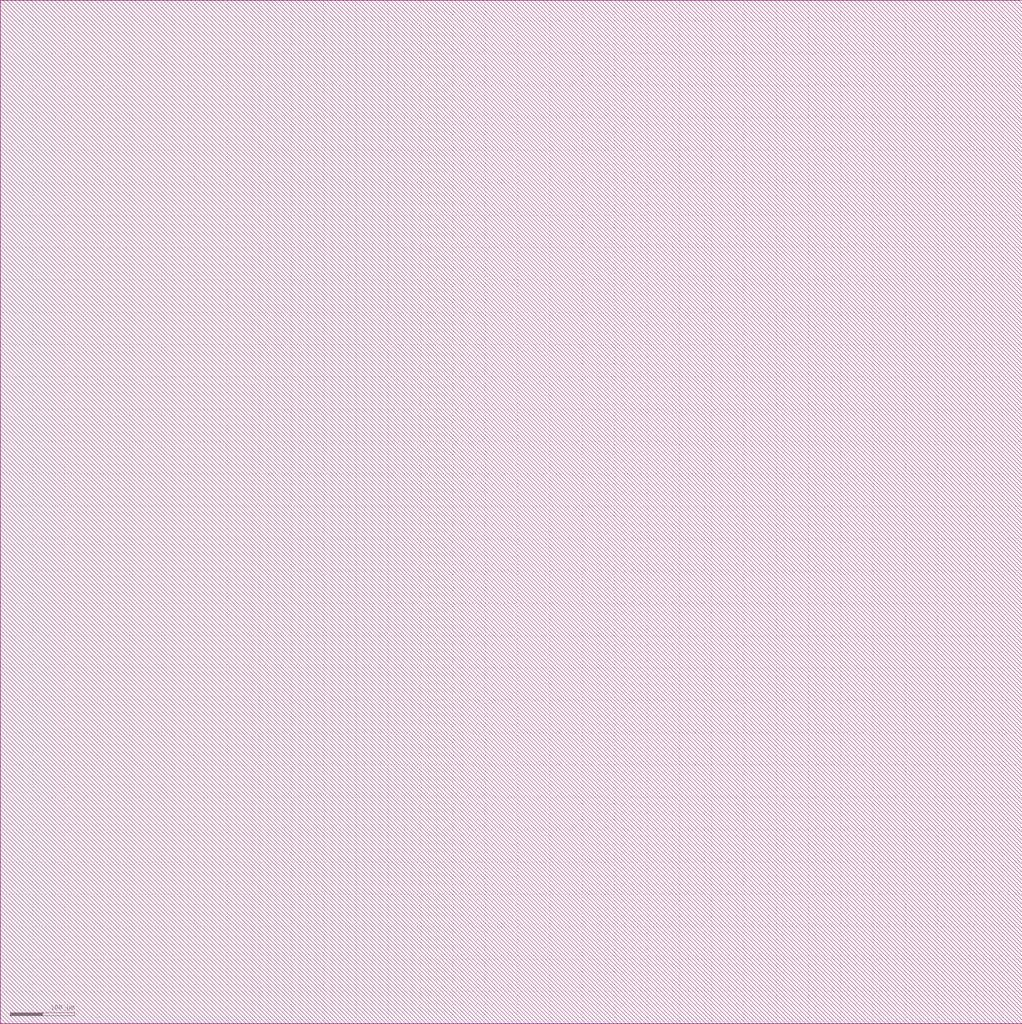
<source format=lef>
VERSION 5.6 ;

BUSBITCHARS "[]" ;

DIVIDERCHAR "/" ;

UNITS
    DATABASE MICRONS 1000 ;
END UNITS

MANUFACTURINGGRID 0.005000 ; 

CLEARANCEMEASURE EUCLIDEAN ; 

USEMINSPACING OBS ON ; 

SITE CoreSite
    CLASS CORE ;
    SIZE 0.600000 BY 0.300000 ;
END CoreSite

LAYER li
   TYPE ROUTING ;
   DIRECTION VERTICAL ;
   MINWIDTH 0.300000 ;
   AREA 0.056250 ;
   WIDTH 0.300000 ;
   SPACINGTABLE
      PARALLELRUNLENGTH 0.0
      WIDTH 0.0 0.225000 ;
   PITCH 0.600000 0.600000 ;
END li

LAYER mcon
    TYPE CUT ;
    SPACING 0.225000 ;
    WIDTH 0.300000 ;
    ENCLOSURE ABOVE 0.075000 0.075000 ;
    ENCLOSURE BELOW 0.000000 0.000000 ;
END mcon

LAYER met1
   TYPE ROUTING ;
   DIRECTION HORIZONTAL ;
   MINWIDTH 0.150000 ;
   AREA 0.084375 ;
   WIDTH 0.150000 ;
   SPACINGTABLE
      PARALLELRUNLENGTH 0.0
      WIDTH 0.0 0.150000 ;
   PITCH 0.300000 0.300000 ;
END met1

LAYER v1
    TYPE CUT ;
    SPACING 0.075000 ;
    WIDTH 0.300000 ;
    ENCLOSURE ABOVE 0.075000 0.075000 ;
    ENCLOSURE BELOW 0.075000 0.075000 ;
END v1

LAYER met2
   TYPE ROUTING ;
   DIRECTION VERTICAL ;
   MINWIDTH 0.150000 ;
   AREA 0.073125 ;
   WIDTH 0.150000 ;
   SPACINGTABLE
      PARALLELRUNLENGTH 0.0
      WIDTH 0.0 0.150000 ;
   PITCH 0.300000 0.300000 ;
END met2

LAYER v2
    TYPE CUT ;
    SPACING 0.150000 ;
    WIDTH 0.300000 ;
    ENCLOSURE ABOVE 0.075000 0.075000 ;
    ENCLOSURE BELOW 0.075000 0.000000 ;
END v2

LAYER met3
   TYPE ROUTING ;
   DIRECTION HORIZONTAL ;
   MINWIDTH 0.300000 ;
   AREA 0.241875 ;
   WIDTH 0.300000 ;
   SPACINGTABLE
      PARALLELRUNLENGTH 0.0
      WIDTH 0.0 0.300000 ;
   PITCH 0.600000 0.600000 ;
END met3

LAYER v3
    TYPE CUT ;
    SPACING 0.150000 ;
    WIDTH 0.450000 ;
    ENCLOSURE ABOVE 0.075000 0.075000 ;
    ENCLOSURE BELOW 0.075000 0.000000 ;
END v3

LAYER met4
   TYPE ROUTING ;
   DIRECTION VERTICAL ;
   MINWIDTH 0.300000 ;
   AREA 0.241875 ;
   WIDTH 0.300000 ;
   SPACINGTABLE
      PARALLELRUNLENGTH 0.0
      WIDTH 0.0 0.300000 ;
   PITCH 0.600000 0.600000 ;
END met4

LAYER v4
    TYPE CUT ;
    SPACING 0.450000 ;
    WIDTH 1.200000 ;
    ENCLOSURE ABOVE 0.150000 0.150000 ;
    ENCLOSURE BELOW 0.000000 0.000000 ;
END v4

LAYER met5
   TYPE ROUTING ;
   DIRECTION HORIZONTAL ;
   MINWIDTH 1.650000 ;
   AREA 4.005000 ;
   WIDTH 1.650000 ;
   SPACINGTABLE
      PARALLELRUNLENGTH 0.0
      WIDTH 0.0 1.650000 ;
   PITCH 3.300000 3.300000 ;
END met5

LAYER OVERLAP
   TYPE OVERLAP ;
END OVERLAP

VIA mcon_C DEFAULT
   LAYER li ;
     RECT -0.150000 -0.150000 0.150000 0.150000 ;
   LAYER mcon ;
     RECT -0.150000 -0.150000 0.150000 0.150000 ;
   LAYER met1 ;
     RECT -0.225000 -0.225000 0.225000 0.225000 ;
END mcon_C

VIA v1_C DEFAULT
   LAYER met1 ;
     RECT -0.225000 -0.225000 0.225000 0.225000 ;
   LAYER v1 ;
     RECT -0.150000 -0.150000 0.150000 0.150000 ;
   LAYER met2 ;
     RECT -0.225000 -0.225000 0.225000 0.225000 ;
END v1_C

VIA v2_C DEFAULT
   LAYER met2 ;
     RECT -0.150000 -0.225000 0.150000 0.225000 ;
   LAYER v2 ;
     RECT -0.150000 -0.150000 0.150000 0.150000 ;
   LAYER met3 ;
     RECT -0.225000 -0.225000 0.225000 0.225000 ;
END v2_C

VIA v2_Ch
   LAYER met2 ;
     RECT -0.225000 -0.150000 0.225000 0.150000 ;
   LAYER v2 ;
     RECT -0.150000 -0.150000 0.150000 0.150000 ;
   LAYER met3 ;
     RECT -0.225000 -0.225000 0.225000 0.225000 ;
END v2_Ch

VIA v2_Cv
   LAYER met2 ;
     RECT -0.150000 -0.225000 0.150000 0.225000 ;
   LAYER v2 ;
     RECT -0.150000 -0.150000 0.150000 0.150000 ;
   LAYER met3 ;
     RECT -0.225000 -0.225000 0.225000 0.225000 ;
END v2_Cv

VIA v3_C DEFAULT
   LAYER met3 ;
     RECT -0.300000 -0.225000 0.300000 0.225000 ;
   LAYER v3 ;
     RECT -0.225000 -0.225000 0.225000 0.225000 ;
   LAYER met4 ;
     RECT -0.300000 -0.300000 0.300000 0.300000 ;
END v3_C

VIA v3_Ch
   LAYER met3 ;
     RECT -0.300000 -0.225000 0.300000 0.225000 ;
   LAYER v3 ;
     RECT -0.225000 -0.225000 0.225000 0.225000 ;
   LAYER met4 ;
     RECT -0.300000 -0.300000 0.300000 0.300000 ;
END v3_Ch

VIA v3_Cv
   LAYER met3 ;
     RECT -0.300000 -0.225000 0.300000 0.225000 ;
   LAYER v3 ;
     RECT -0.225000 -0.225000 0.225000 0.225000 ;
   LAYER met4 ;
     RECT -0.300000 -0.300000 0.300000 0.300000 ;
END v3_Cv

VIA v4_C DEFAULT
   LAYER met4 ;
     RECT -0.600000 -0.600000 0.600000 0.600000 ;
   LAYER v4 ;
     RECT -0.600000 -0.600000 0.600000 0.600000 ;
   LAYER met5 ;
     RECT -0.750000 -0.750000 0.750000 0.750000 ;
END v4_C

MACRO _0_0cell_0_0gcelem3x0
    CLASS CORE ;
    FOREIGN _0_0cell_0_0gcelem3x0 0.000000 0.000000 ;
    ORIGIN 0.000000 0.000000 ;
    SIZE 6.600000 BY 4.200000 ;
    SYMMETRY X Y ;
    SITE CoreSite ;
    PIN in_50_6
        DIRECTION INPUT ;
        USE SIGNAL ;
        PORT
        LAYER li ;
        RECT 0.600000 3.600000 0.900000 3.900000 ;
        END
    END in_50_6
    PIN in_51_6
        DIRECTION INPUT ;
        USE SIGNAL ;
        PORT
        LAYER li ;
        RECT 1.800000 3.600000 2.100000 3.900000 ;
        END
    END in_51_6
    PIN in_52_6
        DIRECTION INPUT ;
        USE SIGNAL ;
        PORT
        LAYER li ;
        RECT 3.000000 3.600000 3.300000 3.900000 ;
        END
    END in_52_6
    PIN out
        DIRECTION OUTPUT ;
        USE SIGNAL ;
        PORT
        LAYER li ;
        RECT 0.600000 0.300000 0.900000 0.600000 ;
        END
        ANTENNADIFFAREA 0.202500 ;
    END out
    PIN Vdd
        DIRECTION INPUT ;
        USE POWER ;
        PORT
        LAYER li ;
        RECT 4.200000 3.600000 4.500000 3.900000 ;
        END
        ANTENNADIFFAREA 0.573750 ;
    END Vdd
    PIN GND
        DIRECTION INPUT ;
        USE GROUND ;
        PORT
        LAYER li ;
        RECT 5.400000 3.600000 5.700000 3.900000 ;
        END
        ANTENNADIFFAREA 0.506250 ;
    END GND
    OBS
      LAYER li ;
         RECT 0.600000 1.800000 5.925000 2.325000 ;
    END
END _0_0cell_0_0gcelem3x0

MACRO _0_0cell_0_0ginvx0
    CLASS CORE ;
    FOREIGN _0_0cell_0_0ginvx0 0.000000 0.000000 ;
    ORIGIN 0.000000 0.000000 ;
    SIZE 2.400000 BY 2.700000 ;
    SYMMETRY X Y ;
    SITE CoreSite ;
    PIN in_50_6
        DIRECTION INPUT ;
        USE SIGNAL ;
        PORT
        LAYER li ;
        RECT 0.600000 2.100000 0.900000 2.400000 ;
        END
    END in_50_6
    PIN out
        DIRECTION OUTPUT ;
        USE SIGNAL ;
        PORT
        LAYER li ;
        RECT 0.600000 0.300000 0.900000 0.600000 ;
        END
        ANTENNADIFFAREA 0.337500 ;
    END out
    PIN Vdd
        DIRECTION INPUT ;
        USE POWER ;
        PORT
        LAYER li ;
        RECT 1.200000 2.100000 1.500000 2.400000 ;
        END
        ANTENNADIFFAREA 0.168750 ;
    END Vdd
    PIN GND
        DIRECTION INPUT ;
        USE GROUND ;
        PORT
        LAYER li ;
        RECT 1.800000 2.100000 2.100000 2.400000 ;
        END
        ANTENNADIFFAREA 0.168750 ;
    END GND
END _0_0cell_0_0ginvx0

MACRO _0_0std_0_0cells_0_0NOR2X1
    CLASS CORE ;
    FOREIGN _0_0std_0_0cells_0_0NOR2X1 0.000000 0.000000 ;
    ORIGIN 0.000000 0.000000 ;
    SIZE 3.000000 BY 3.300000 ;
    SYMMETRY X Y ;
    SITE CoreSite ;
    PIN A
        DIRECTION INPUT ;
        USE SIGNAL ;
        PORT
        LAYER li ;
        RECT 0.600000 2.700000 0.900000 3.000000 ;
        END
    END A
    PIN B
        DIRECTION INPUT ;
        USE SIGNAL ;
        PORT
        LAYER li ;
        RECT 1.200000 2.700000 1.500000 3.000000 ;
        END
    END B
    PIN Y
        DIRECTION OUTPUT ;
        USE SIGNAL ;
        PORT
        LAYER li ;
        RECT 0.600000 0.300000 0.900000 0.600000 ;
        END
        ANTENNADIFFAREA 0.590625 ;
    END Y
    PIN Vdd
        DIRECTION INPUT ;
        USE POWER ;
        PORT
        LAYER li ;
        RECT 1.800000 2.700000 2.100000 3.000000 ;
        END
        ANTENNADIFFAREA 0.421875 ;
    END Vdd
    PIN GND
        DIRECTION INPUT ;
        USE GROUND ;
        PORT
        LAYER li ;
        RECT 2.400000 2.700000 2.700000 3.000000 ;
        END
        ANTENNADIFFAREA 0.337500 ;
    END GND
END _0_0std_0_0cells_0_0NOR2X1

MACRO _0_0std_0_0cells_0_0INVX1
    CLASS CORE ;
    FOREIGN _0_0std_0_0cells_0_0INVX1 0.000000 0.000000 ;
    ORIGIN 0.000000 0.000000 ;
    SIZE 2.400000 BY 2.700000 ;
    SYMMETRY X Y ;
    SITE CoreSite ;
    PIN A
        DIRECTION INPUT ;
        USE SIGNAL ;
        PORT
        LAYER li ;
        RECT 0.600000 2.100000 0.900000 2.400000 ;
        END
    END A
    PIN Y
        DIRECTION OUTPUT ;
        USE SIGNAL ;
        PORT
        LAYER li ;
        RECT 0.600000 0.300000 0.900000 0.600000 ;
        END
        ANTENNADIFFAREA 0.393750 ;
    END Y
    PIN Vdd
        DIRECTION INPUT ;
        USE POWER ;
        PORT
        LAYER li ;
        RECT 1.200000 2.100000 1.500000 2.400000 ;
        END
        ANTENNADIFFAREA 0.225000 ;
    END Vdd
    PIN GND
        DIRECTION INPUT ;
        USE GROUND ;
        PORT
        LAYER li ;
        RECT 1.800000 2.100000 2.100000 2.400000 ;
        END
        ANTENNADIFFAREA 0.168750 ;
    END GND
END _0_0std_0_0cells_0_0INVX1

MACRO _0_0std_0_0cells_0_0AND2X1
    CLASS CORE ;
    FOREIGN _0_0std_0_0cells_0_0AND2X1 0.000000 0.000000 ;
    ORIGIN 0.000000 0.000000 ;
    SIZE 3.000000 BY 3.000000 ;
    SYMMETRY X Y ;
    SITE CoreSite ;
    PIN A
        DIRECTION INPUT ;
        USE SIGNAL ;
        PORT
        LAYER li ;
        RECT 0.600000 2.400000 0.900000 2.700000 ;
        END
    END A
    PIN B
        DIRECTION INPUT ;
        USE SIGNAL ;
        PORT
        LAYER li ;
        RECT 1.200000 2.400000 1.500000 2.700000 ;
        END
    END B
    PIN Y
        DIRECTION OUTPUT ;
        USE SIGNAL ;
        PORT
        LAYER li ;
        RECT 0.600000 0.300000 0.900000 0.600000 ;
        END
        ANTENNADIFFAREA 0.393750 ;
    END Y
    PIN Vdd
        DIRECTION INPUT ;
        USE POWER ;
        PORT
        LAYER li ;
        RECT 1.800000 2.400000 2.100000 2.700000 ;
        END
        ANTENNADIFFAREA 0.450000 ;
    END Vdd
    PIN GND
        DIRECTION INPUT ;
        USE GROUND ;
        PORT
        LAYER li ;
        RECT 2.400000 2.400000 2.700000 2.700000 ;
        END
        ANTENNADIFFAREA 0.225000 ;
    END GND
END _0_0std_0_0cells_0_0AND2X1

MACRO _0_0std_0_0cells_0_0NOR2X2
    CLASS CORE ;
    FOREIGN _0_0std_0_0cells_0_0NOR2X2 0.000000 0.000000 ;
    ORIGIN 0.000000 0.000000 ;
    SIZE 3.000000 BY 4.800000 ;
    SYMMETRY X Y ;
    SITE CoreSite ;
    PIN A
        DIRECTION INPUT ;
        USE SIGNAL ;
        PORT
        LAYER li ;
        RECT 0.600000 4.200000 0.900000 4.500000 ;
        END
    END A
    PIN B
        DIRECTION INPUT ;
        USE SIGNAL ;
        PORT
        LAYER li ;
        RECT 1.200000 4.200000 1.500000 4.500000 ;
        END
    END B
    PIN Y
        DIRECTION OUTPUT ;
        USE SIGNAL ;
        PORT
        LAYER li ;
        RECT 0.600000 0.300000 0.900000 0.600000 ;
        END
        ANTENNADIFFAREA 1.125000 ;
    END Y
    PIN Vdd
        DIRECTION INPUT ;
        USE POWER ;
        PORT
        LAYER li ;
        RECT 1.800000 4.200000 2.100000 4.500000 ;
        END
        ANTENNADIFFAREA 0.843750 ;
    END Vdd
    PIN GND
        DIRECTION INPUT ;
        USE GROUND ;
        PORT
        LAYER li ;
        RECT 2.400000 4.200000 2.700000 4.500000 ;
        END
        ANTENNADIFFAREA 0.562500 ;
    END GND
    OBS
      LAYER li ;
         RECT 0.600000 1.800000 2.325000 2.925000 ;
    END
END _0_0std_0_0cells_0_0NOR2X2

MACRO _0_0std_0_0cells_0_0LATCHINV
    CLASS CORE ;
    FOREIGN _0_0std_0_0cells_0_0LATCHINV 0.000000 0.000000 ;
    ORIGIN 0.000000 0.000000 ;
    SIZE 6.000000 BY 3.900000 ;
    SYMMETRY X Y ;
    SITE CoreSite ;
    PIN CLK
        DIRECTION INPUT ;
        USE SIGNAL ;
        PORT
        LAYER li ;
        RECT 0.600000 3.300000 0.900000 3.600000 ;
        END
    END CLK
    PIN D
        DIRECTION INPUT ;
        USE SIGNAL ;
        PORT
        LAYER li ;
        RECT 1.800000 3.300000 2.100000 3.600000 ;
        END
    END D
    PIN q
        DIRECTION INPUT ;
        USE SIGNAL ;
        PORT
        LAYER li ;
        RECT 3.000000 3.300000 3.300000 3.600000 ;
        END
    END q
    PIN __q
        DIRECTION OUTPUT ;
        USE SIGNAL ;
        PORT
        LAYER li ;
        RECT 0.600000 0.300000 0.900000 0.600000 ;
        END
        ANTENNADIFFAREA 1.406250 ;
    END __q
    PIN Vdd
        DIRECTION INPUT ;
        USE POWER ;
        PORT
        LAYER li ;
        RECT 4.200000 3.300000 4.500000 3.600000 ;
        END
        ANTENNADIFFAREA 0.731250 ;
    END Vdd
    PIN GND
        DIRECTION INPUT ;
        USE GROUND ;
        PORT
        LAYER li ;
        RECT 5.400000 3.300000 5.700000 3.600000 ;
        END
        ANTENNADIFFAREA 0.562500 ;
    END GND
    OBS
      LAYER li ;
         RECT 0.600000 1.800000 5.325000 2.025000 ;
    END
END _0_0std_0_0cells_0_0LATCHINV

MACRO _0_0std_0_0cells_0_0TIELOX1
    CLASS CORE ;
    FOREIGN _0_0std_0_0cells_0_0TIELOX1 0.000000 0.000000 ;
    ORIGIN 0.000000 0.000000 ;
    SIZE 2.400000 BY 3.000000 ;
    SYMMETRY X Y ;
    SITE CoreSite ;
    PIN Y
        DIRECTION OUTPUT ;
        USE SIGNAL ;
        PORT
        LAYER li ;
        RECT 0.600000 0.300000 0.900000 0.600000 ;
        END
        ANTENNADIFFAREA 0.168750 ;
    END Y
    PIN Vdd
        DIRECTION INPUT ;
        USE POWER ;
        PORT
        LAYER li ;
        RECT 0.600000 2.400000 0.900000 2.700000 ;
        END
        ANTENNADIFFAREA 0.281250 ;
    END Vdd
    PIN GND
        DIRECTION INPUT ;
        USE GROUND ;
        PORT
        LAYER li ;
        RECT 1.800000 2.400000 2.100000 2.700000 ;
        END
        ANTENNADIFFAREA 0.168750 ;
    END GND
END _0_0std_0_0cells_0_0TIELOX1

MACRO _0_0std_0_0cells_0_0FAX1
    CLASS CORE ;
    FOREIGN _0_0std_0_0cells_0_0FAX1 0.000000 0.000000 ;
    ORIGIN 0.000000 0.000000 ;
    SIZE 10.800000 BY 6.600000 ;
    SYMMETRY X Y ;
    SITE CoreSite ;
    PIN A
        DIRECTION INPUT ;
        USE SIGNAL ;
        PORT
        LAYER li ;
        RECT 0.600000 6.000000 0.900000 6.300000 ;
        END
    END A
    PIN B
        DIRECTION INPUT ;
        USE SIGNAL ;
        PORT
        LAYER li ;
        RECT 3.000000 6.000000 3.300000 6.300000 ;
        END
    END B
    PIN C
        DIRECTION INPUT ;
        USE SIGNAL ;
        PORT
        LAYER li ;
        RECT 5.400000 6.000000 5.700000 6.300000 ;
        END
    END C
    PIN YC
        DIRECTION OUTPUT ;
        USE SIGNAL ;
        PORT
        LAYER li ;
        RECT 0.600000 0.300000 0.900000 0.600000 ;
        END
        ANTENNADIFFAREA 0.393750 ;
    END YC
    PIN YS
        DIRECTION OUTPUT ;
        USE SIGNAL ;
        PORT
        LAYER li ;
        RECT 5.400000 0.300000 5.700000 0.600000 ;
        END
        ANTENNADIFFAREA 0.393750 ;
    END YS
    PIN Vdd
        DIRECTION INPUT ;
        USE POWER ;
        PORT
        LAYER li ;
        RECT 7.800000 6.000000 8.100000 6.300000 ;
        END
        ANTENNADIFFAREA 2.610000 ;
    END Vdd
    PIN GND
        DIRECTION INPUT ;
        USE GROUND ;
        PORT
        LAYER li ;
        RECT 10.200000 6.000000 10.500000 6.300000 ;
        END
        ANTENNADIFFAREA 1.856250 ;
    END GND
    OBS
      LAYER li ;
         RECT 0.600000 1.800000 10.125000 4.725000 ;
    END
END _0_0std_0_0cells_0_0FAX1

MACRO _0_0std_0_0cells_0_0TIEHIX1
    CLASS CORE ;
    FOREIGN _0_0std_0_0cells_0_0TIEHIX1 0.000000 0.000000 ;
    ORIGIN 0.000000 0.000000 ;
    SIZE 2.400000 BY 3.000000 ;
    SYMMETRY X Y ;
    SITE CoreSite ;
    PIN Y
        DIRECTION OUTPUT ;
        USE SIGNAL ;
        PORT
        LAYER li ;
        RECT 0.600000 0.300000 0.900000 0.600000 ;
        END
        ANTENNADIFFAREA 0.281250 ;
    END Y
    PIN Vdd
        DIRECTION INPUT ;
        USE POWER ;
        PORT
        LAYER li ;
        RECT 0.600000 2.400000 0.900000 2.700000 ;
        END
        ANTENNADIFFAREA 0.281250 ;
    END Vdd
    PIN GND
        DIRECTION INPUT ;
        USE GROUND ;
        PORT
        LAYER li ;
        RECT 1.800000 2.400000 2.100000 2.700000 ;
        END
        ANTENNADIFFAREA 0.168750 ;
    END GND
END _0_0std_0_0cells_0_0TIEHIX1

MACRO _0_0std_0_0cells_0_0XOR2X1
    CLASS CORE ;
    FOREIGN _0_0std_0_0cells_0_0XOR2X1 0.000000 0.000000 ;
    ORIGIN 0.000000 0.000000 ;
    SIZE 6.600000 BY 3.600000 ;
    SYMMETRY X Y ;
    SITE CoreSite ;
    PIN A
        DIRECTION INPUT ;
        USE SIGNAL ;
        PORT
        LAYER li ;
        RECT 0.600000 3.000000 0.900000 3.300000 ;
        END
    END A
    PIN B
        DIRECTION INPUT ;
        USE SIGNAL ;
        PORT
        LAYER li ;
        RECT 2.400000 3.000000 2.700000 3.300000 ;
        END
    END B
    PIN Y
        DIRECTION OUTPUT ;
        USE SIGNAL ;
        PORT
        LAYER li ;
        RECT 0.600000 0.300000 0.900000 0.600000 ;
        END
        ANTENNADIFFAREA 0.703125 ;
    END Y
    PIN Vdd
        DIRECTION INPUT ;
        USE POWER ;
        PORT
        LAYER li ;
        RECT 4.200000 3.000000 4.500000 3.300000 ;
        END
        ANTENNADIFFAREA 0.646875 ;
    END Vdd
    PIN GND
        DIRECTION INPUT ;
        USE GROUND ;
        PORT
        LAYER li ;
        RECT 6.000000 3.000000 6.300000 3.300000 ;
        END
        ANTENNADIFFAREA 0.450000 ;
    END GND
END _0_0std_0_0cells_0_0XOR2X1

MACRO _0_0cell_0_0gcelem2x0
    CLASS CORE ;
    FOREIGN _0_0cell_0_0gcelem2x0 0.000000 0.000000 ;
    ORIGIN 0.000000 0.000000 ;
    SIZE 6.600000 BY 3.300000 ;
    SYMMETRY X Y ;
    SITE CoreSite ;
    PIN in_50_6
        DIRECTION INPUT ;
        USE SIGNAL ;
        PORT
        LAYER li ;
        RECT 0.600000 2.700000 0.900000 3.000000 ;
        END
    END in_50_6
    PIN in_51_6
        DIRECTION INPUT ;
        USE SIGNAL ;
        PORT
        LAYER li ;
        RECT 2.400000 2.700000 2.700000 3.000000 ;
        END
    END in_51_6
    PIN out
        DIRECTION OUTPUT ;
        USE SIGNAL ;
        PORT
        LAYER li ;
        RECT 0.600000 0.300000 0.900000 0.600000 ;
        END
        ANTENNADIFFAREA 0.202500 ;
    END out
    PIN Vdd
        DIRECTION INPUT ;
        USE POWER ;
        PORT
        LAYER li ;
        RECT 4.200000 2.700000 4.500000 3.000000 ;
        END
        ANTENNADIFFAREA 0.438750 ;
    END Vdd
    PIN GND
        DIRECTION INPUT ;
        USE GROUND ;
        PORT
        LAYER li ;
        RECT 6.000000 2.700000 6.300000 3.000000 ;
        END
        ANTENNADIFFAREA 0.393750 ;
    END GND
END _0_0cell_0_0gcelem2x0

MACRO _0_0std_0_0cells_0_0OR2X1
    CLASS CORE ;
    FOREIGN _0_0std_0_0cells_0_0OR2X1 0.000000 0.000000 ;
    ORIGIN 0.000000 0.000000 ;
    SIZE 3.000000 BY 3.300000 ;
    SYMMETRY X Y ;
    SITE CoreSite ;
    PIN A
        DIRECTION INPUT ;
        USE SIGNAL ;
        PORT
        LAYER li ;
        RECT 0.600000 2.700000 0.900000 3.000000 ;
        END
    END A
    PIN B
        DIRECTION INPUT ;
        USE SIGNAL ;
        PORT
        LAYER li ;
        RECT 1.200000 2.700000 1.500000 3.000000 ;
        END
    END B
    PIN Y
        DIRECTION OUTPUT ;
        USE SIGNAL ;
        PORT
        LAYER li ;
        RECT 0.600000 0.300000 0.900000 0.600000 ;
        END
        ANTENNADIFFAREA 0.393750 ;
    END Y
    PIN Vdd
        DIRECTION INPUT ;
        USE POWER ;
        PORT
        LAYER li ;
        RECT 1.800000 2.700000 2.100000 3.000000 ;
        END
        ANTENNADIFFAREA 0.337500 ;
    END Vdd
    PIN GND
        DIRECTION INPUT ;
        USE GROUND ;
        PORT
        LAYER li ;
        RECT 2.400000 2.700000 2.700000 3.000000 ;
        END
        ANTENNADIFFAREA 0.337500 ;
    END GND
END _0_0std_0_0cells_0_0OR2X1

MACRO _0_0std_0_0cells_0_0NAND2X2
    CLASS CORE ;
    FOREIGN _0_0std_0_0cells_0_0NAND2X2 0.000000 0.000000 ;
    ORIGIN 0.000000 0.000000 ;
    SIZE 3.000000 BY 4.200000 ;
    SYMMETRY X Y ;
    SITE CoreSite ;
    PIN A
        DIRECTION INPUT ;
        USE SIGNAL ;
        PORT
        LAYER li ;
        RECT 0.600000 3.600000 0.900000 3.900000 ;
        END
    END A
    PIN B
        DIRECTION INPUT ;
        USE SIGNAL ;
        PORT
        LAYER li ;
        RECT 1.200000 3.600000 1.500000 3.900000 ;
        END
    END B
    PIN Y
        DIRECTION OUTPUT ;
        USE SIGNAL ;
        PORT
        LAYER li ;
        RECT 0.600000 0.300000 0.900000 0.600000 ;
        END
        ANTENNADIFFAREA 0.984375 ;
    END Y
    PIN Vdd
        DIRECTION INPUT ;
        USE POWER ;
        PORT
        LAYER li ;
        RECT 1.800000 3.600000 2.100000 3.900000 ;
        END
        ANTENNADIFFAREA 0.843750 ;
    END Vdd
    PIN GND
        DIRECTION INPUT ;
        USE GROUND ;
        PORT
        LAYER li ;
        RECT 2.400000 3.600000 2.700000 3.900000 ;
        END
        ANTENNADIFFAREA 0.562500 ;
    END GND
    OBS
      LAYER li ;
         RECT 0.600000 1.800000 2.325000 2.325000 ;
    END
END _0_0std_0_0cells_0_0NAND2X2

MACRO _0_0std_0_0cells_0_0MUX2X1
    CLASS CORE ;
    FOREIGN _0_0std_0_0cells_0_0MUX2X1 0.000000 0.000000 ;
    ORIGIN 0.000000 0.000000 ;
    SIZE 6.000000 BY 3.600000 ;
    SYMMETRY X Y ;
    SITE CoreSite ;
    PIN A
        DIRECTION INPUT ;
        USE SIGNAL ;
        PORT
        LAYER li ;
        RECT 0.600000 3.000000 0.900000 3.300000 ;
        END
    END A
    PIN B
        DIRECTION INPUT ;
        USE SIGNAL ;
        PORT
        LAYER li ;
        RECT 1.800000 3.000000 2.100000 3.300000 ;
        END
    END B
    PIN S
        DIRECTION INPUT ;
        USE SIGNAL ;
        PORT
        LAYER li ;
        RECT 3.000000 3.000000 3.300000 3.300000 ;
        END
    END S
    PIN Y
        DIRECTION OUTPUT ;
        USE SIGNAL ;
        PORT
        LAYER li ;
        RECT 0.600000 0.300000 0.900000 0.600000 ;
        END
        ANTENNADIFFAREA 1.406250 ;
    END Y
    PIN Vdd
        DIRECTION INPUT ;
        USE POWER ;
        PORT
        LAYER li ;
        RECT 4.200000 3.000000 4.500000 3.300000 ;
        END
        ANTENNADIFFAREA 0.759375 ;
    END Vdd
    PIN GND
        DIRECTION INPUT ;
        USE GROUND ;
        PORT
        LAYER li ;
        RECT 5.400000 3.000000 5.700000 3.300000 ;
        END
        ANTENNADIFFAREA 0.382500 ;
    END GND
END _0_0std_0_0cells_0_0MUX2X1

MACRO welltap_svt
    CLASS CORE WELLTAP ;
    FOREIGN welltap_svt 0.000000 0.000000 ;
    ORIGIN 0.000000 0.000000 ;
    SIZE 1.200000 BY 2.100000 ;
    SYMMETRY X Y ;
    SITE CoreSite ;
    PIN Vdd
        DIRECTION INPUT ;
        USE POWER ;
        PORT
        LAYER li ;
        RECT 0.600000 1.500000 0.900000 1.800000 ;
        END
    END Vdd
    PIN GND
        DIRECTION INPUT ;
        USE GROUND ;
        PORT
        LAYER li ;
        RECT 0.600000 0.300000 0.900000 0.600000 ;
        END
    END GND
END welltap_svt

MACRO circuitppnp
   CLASS CORE ;
   FOREIGN circuitppnp 0.000000 0.000000 ;
   ORIGIN 0.000000 0.000000 ; 
   SIZE 1580.400000 BY 1582.200000 ; 
   SYMMETRY X Y ;
   SITE CoreSite ;
END circuitppnp

MACRO circuitwell
   CLASS CORE ;
   FOREIGN circuitwell 0.000000 0.000000 ;
   ORIGIN 0.000000 0.000000 ; 
   SIZE 1580.400000 BY 1582.200000 ; 
   SYMMETRY X Y ;
   SITE CoreSite ;
END circuitwell


</source>
